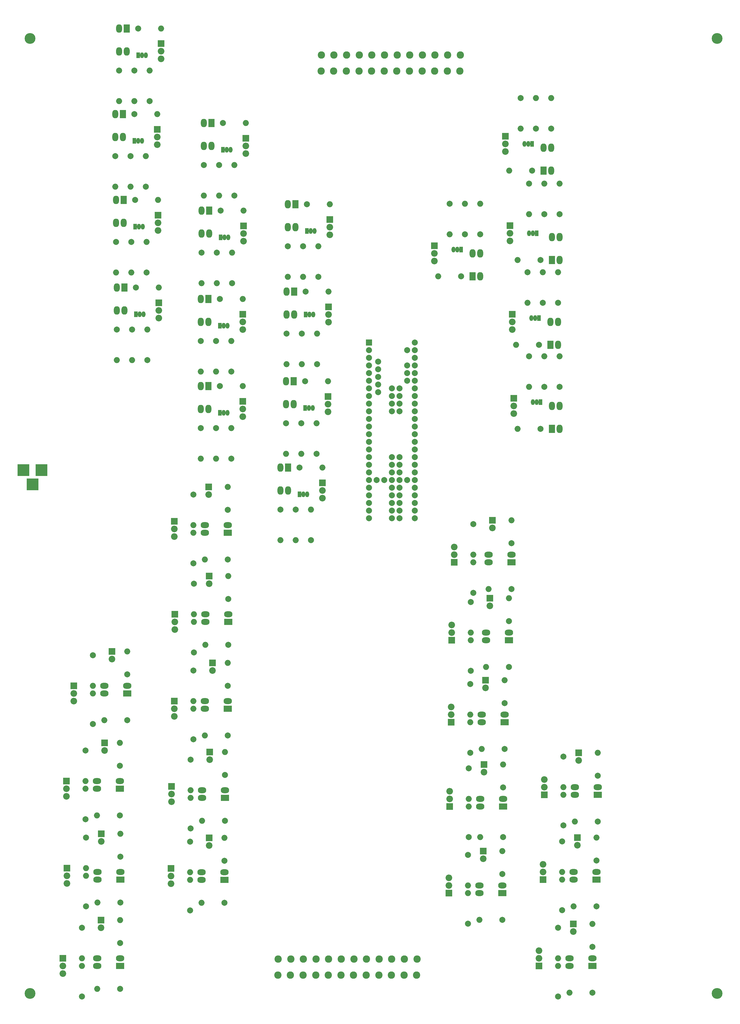
<source format=gbr>
G04 #@! TF.GenerationSoftware,KiCad,Pcbnew,(5.0.0-3-g5ebb6b6)*
G04 #@! TF.CreationDate,2019-04-13T13:39:12-06:00*
G04 #@! TF.ProjectId,VasulkaTranslocationPCB,566173756C6B615472616E736C6F6361,rev?*
G04 #@! TF.SameCoordinates,Original*
G04 #@! TF.FileFunction,Soldermask,Bot*
G04 #@! TF.FilePolarity,Negative*
%FSLAX46Y46*%
G04 Gerber Fmt 4.6, Leading zero omitted, Abs format (unit mm)*
G04 Created by KiCad (PCBNEW (5.0.0-3-g5ebb6b6)) date Saturday, April 13, 2019 at 01:39:12 PM*
%MOMM*%
%LPD*%
G01*
G04 APERTURE LIST*
%ADD10O,2.000000X2.000000*%
%ADD11C,2.000000*%
%ADD12C,3.600000*%
%ADD13R,2.000000X2.000000*%
%ADD14C,2.432000*%
%ADD15C,2.200000*%
%ADD16R,2.200000X2.200000*%
%ADD17R,3.900000X3.900000*%
%ADD18O,2.200000X2.200000*%
%ADD19O,1.300000X1.900000*%
%ADD20R,1.300000X1.900000*%
%ADD21R,2.000000X2.800000*%
%ADD22O,2.000000X2.800000*%
%ADD23R,2.800000X2.000000*%
%ADD24O,2.800000X2.000000*%
G04 APERTURE END LIST*
D10*
G04 #@! TO.C,R34*
X176149000Y-254000000D03*
D11*
X176149000Y-243840000D03*
G04 #@! TD*
G04 #@! TO.C,R36*
X181229000Y-254000000D03*
D10*
X181229000Y-243840000D03*
G04 #@! TD*
D12*
G04 #@! TO.C,MH2*
X114300000Y-431800000D03*
G04 #@! TD*
D11*
G04 #@! TO.C,U1*
X227076000Y-256032000D03*
X227076000Y-258572000D03*
X227076000Y-261112000D03*
X227076000Y-263652000D03*
X227076000Y-253492000D03*
X227076000Y-250952000D03*
X227076000Y-248412000D03*
X227076000Y-266192000D03*
X227076000Y-268732000D03*
X227076000Y-271272000D03*
X227076000Y-273812000D03*
X229616000Y-261112000D03*
X232156000Y-261112000D03*
X234696000Y-261112000D03*
X237236000Y-261112000D03*
X239776000Y-261112000D03*
X242316000Y-273812000D03*
X242316000Y-271272000D03*
X242316000Y-268732000D03*
X242316000Y-266192000D03*
X242316000Y-263652000D03*
X242316000Y-261112000D03*
X242316000Y-258572000D03*
X242316000Y-256032000D03*
X227076000Y-245872000D03*
X227076000Y-243332000D03*
X227076000Y-240792000D03*
X227076000Y-238252000D03*
X227076000Y-235712000D03*
X227076000Y-233172000D03*
X227076000Y-230632000D03*
X227076000Y-228092000D03*
X227076000Y-225552000D03*
X227076000Y-223012000D03*
X227076000Y-220472000D03*
X227076000Y-217932000D03*
D13*
X227076000Y-215392000D03*
D11*
X242316000Y-253492000D03*
X242316000Y-250952000D03*
X242316000Y-248412000D03*
X242316000Y-245872000D03*
X242316000Y-243332000D03*
X242316000Y-240792000D03*
X242316000Y-238252000D03*
X242316000Y-235712000D03*
X242316000Y-233172000D03*
X242316000Y-230632000D03*
X242316000Y-228092000D03*
X242316000Y-225552000D03*
X242316000Y-223012000D03*
X242316000Y-220472000D03*
X242316000Y-217932000D03*
X242316000Y-215392000D03*
X239776000Y-217932000D03*
X239776000Y-223012000D03*
X239776000Y-225552000D03*
X239776000Y-228092000D03*
X234696000Y-230632000D03*
X234696000Y-233172000D03*
X234696000Y-235712000D03*
X234696000Y-238252000D03*
X234696000Y-253492000D03*
X234696000Y-256032000D03*
X234696000Y-258572000D03*
X234696000Y-263652000D03*
X234696000Y-266192000D03*
X234696000Y-268732000D03*
X234696000Y-271272000D03*
X234696000Y-273812000D03*
X237236000Y-273812000D03*
X237236000Y-271272000D03*
X237236000Y-268732000D03*
X237236000Y-266192000D03*
X237236000Y-263652000D03*
X237236000Y-258572000D03*
X237236000Y-256032000D03*
X237236000Y-253492000D03*
X237236000Y-238252000D03*
X237236000Y-235712000D03*
X237236000Y-233172000D03*
X237236000Y-230632000D03*
X230076000Y-221742000D03*
X230076000Y-224282000D03*
X230076000Y-226822000D03*
X230076000Y-229362000D03*
X230076000Y-231902000D03*
G04 #@! TD*
D14*
G04 #@! TO.C,J1*
X243032000Y-420341500D03*
X238832000Y-420341500D03*
X234632000Y-420341500D03*
X230432000Y-420341500D03*
X226232000Y-420341500D03*
X222032000Y-420341500D03*
X217832000Y-420341500D03*
X213632000Y-420341500D03*
X209432000Y-420341500D03*
X205232000Y-420341500D03*
X201032000Y-420341500D03*
X196832000Y-420341500D03*
X196732000Y-425641500D03*
X200932000Y-425641500D03*
X205132000Y-425641500D03*
X209332000Y-425641500D03*
X213532000Y-425641500D03*
X217732000Y-425641500D03*
X221932000Y-425641500D03*
X226132000Y-425641500D03*
X230332000Y-425641500D03*
X234532000Y-425641500D03*
X238732000Y-425641500D03*
X242932000Y-425641500D03*
G04 #@! TD*
G04 #@! TO.C,J2*
X211120000Y-125060000D03*
X215320000Y-125060000D03*
X219520000Y-125060000D03*
X223720000Y-125060000D03*
X227920000Y-125060000D03*
X232120000Y-125060000D03*
X236320000Y-125060000D03*
X240520000Y-125060000D03*
X244720000Y-125060000D03*
X248920000Y-125060000D03*
X253120000Y-125060000D03*
X257320000Y-125060000D03*
X257420000Y-119760000D03*
X253220000Y-119760000D03*
X249020000Y-119760000D03*
X244820000Y-119760000D03*
X240620000Y-119760000D03*
X236420000Y-119760000D03*
X232220000Y-119760000D03*
X228020000Y-119760000D03*
X223820000Y-119760000D03*
X219620000Y-119760000D03*
X215420000Y-119760000D03*
X211220000Y-119760000D03*
G04 #@! TD*
D15*
G04 #@! TO.C,D1*
X296799000Y-354330000D03*
D16*
X296799000Y-351790000D03*
G04 #@! TD*
D15*
G04 #@! TO.C,D2*
X296418000Y-382524000D03*
D16*
X296418000Y-379984000D03*
G04 #@! TD*
D15*
G04 #@! TO.C,D3*
X295084500Y-411162500D03*
D16*
X295084500Y-408622500D03*
G04 #@! TD*
G04 #@! TO.C,D4*
X141541500Y-318071500D03*
D15*
X141541500Y-320611500D03*
G04 #@! TD*
G04 #@! TO.C,D5*
X139065000Y-351028000D03*
D16*
X139065000Y-348488000D03*
G04 #@! TD*
D15*
G04 #@! TO.C,D6*
X137985500Y-381190500D03*
D16*
X137985500Y-378650500D03*
G04 #@! TD*
G04 #@! TO.C,D7*
X137922000Y-407416000D03*
D15*
X137922000Y-409956000D03*
G04 #@! TD*
G04 #@! TO.C,D8*
X173736000Y-265874500D03*
D16*
X173736000Y-263334500D03*
G04 #@! TD*
D15*
G04 #@! TO.C,D9*
X173926500Y-295529000D03*
D16*
X173926500Y-292989000D03*
G04 #@! TD*
G04 #@! TO.C,D10*
X175006000Y-321881500D03*
D15*
X175006000Y-324421500D03*
G04 #@! TD*
G04 #@! TO.C,D11*
X174053500Y-354076000D03*
D16*
X174053500Y-351536000D03*
G04 #@! TD*
G04 #@! TO.C,D12*
X173863000Y-380047500D03*
D15*
X173863000Y-382587500D03*
G04 #@! TD*
D16*
G04 #@! TO.C,D13*
X268160500Y-274447000D03*
D15*
X268160500Y-276987000D03*
G04 #@! TD*
D16*
G04 #@! TO.C,D14*
X267271500Y-300355000D03*
D15*
X267271500Y-302895000D03*
G04 #@! TD*
D16*
G04 #@! TO.C,D15*
X265874500Y-327660000D03*
D15*
X265874500Y-330200000D03*
G04 #@! TD*
D16*
G04 #@! TO.C,D16*
X265303000Y-355663500D03*
D15*
X265303000Y-358203500D03*
G04 #@! TD*
D16*
G04 #@! TO.C,D17*
X265112500Y-384429000D03*
D15*
X265112500Y-386969000D03*
G04 #@! TD*
D17*
G04 #@! TO.C,J3*
X115110000Y-262510000D03*
X112110000Y-257810000D03*
X118110000Y-257810000D03*
G04 #@! TD*
D18*
G04 #@! TO.C,Q1*
X157924500Y-121031000D03*
X157924500Y-118491000D03*
D16*
X157924500Y-115951000D03*
G04 #@! TD*
D18*
G04 #@! TO.C,Q4*
X156654500Y-149606000D03*
X156654500Y-147066000D03*
D16*
X156654500Y-144526000D03*
G04 #@! TD*
D19*
G04 #@! TO.C,Q5*
X150304500Y-148336000D03*
X151574500Y-148336000D03*
D20*
X149034500Y-148336000D03*
G04 #@! TD*
D16*
G04 #@! TO.C,Q6*
X156908500Y-173037500D03*
D18*
X156908500Y-175577500D03*
X156908500Y-178117500D03*
G04 #@! TD*
D20*
G04 #@! TO.C,Q7*
X149288500Y-176847500D03*
D19*
X151828500Y-176847500D03*
X150558500Y-176847500D03*
G04 #@! TD*
D18*
G04 #@! TO.C,Q8*
X157099000Y-207200500D03*
X157099000Y-204660500D03*
D16*
X157099000Y-202120500D03*
G04 #@! TD*
D19*
G04 #@! TO.C,Q9*
X150749000Y-205930500D03*
X152019000Y-205930500D03*
D20*
X149479000Y-205930500D03*
G04 #@! TD*
D16*
G04 #@! TO.C,Q10*
X186055000Y-147445500D03*
D18*
X186055000Y-149985500D03*
X186055000Y-152525500D03*
G04 #@! TD*
D20*
G04 #@! TO.C,Q11*
X178435000Y-151255500D03*
D19*
X180975000Y-151255500D03*
X179705000Y-151255500D03*
G04 #@! TD*
D16*
G04 #@! TO.C,Q12*
X185293000Y-176593500D03*
D18*
X185293000Y-179133500D03*
X185293000Y-181673500D03*
G04 #@! TD*
D19*
G04 #@! TO.C,Q13*
X178943000Y-180403500D03*
X180213000Y-180403500D03*
D20*
X177673000Y-180403500D03*
G04 #@! TD*
D18*
G04 #@! TO.C,Q14*
X185102500Y-211010500D03*
X185102500Y-208470500D03*
D16*
X185102500Y-205930500D03*
G04 #@! TD*
D20*
G04 #@! TO.C,Q15*
X177482500Y-209740500D03*
D19*
X180022500Y-209740500D03*
X178752500Y-209740500D03*
G04 #@! TD*
D16*
G04 #@! TO.C,Q16*
X185039000Y-234950000D03*
D18*
X185039000Y-237490000D03*
X185039000Y-240030000D03*
G04 #@! TD*
D19*
G04 #@! TO.C,Q17*
X178689000Y-238760000D03*
X179959000Y-238760000D03*
D20*
X177419000Y-238760000D03*
G04 #@! TD*
D16*
G04 #@! TO.C,Q18*
X214058500Y-174498000D03*
D18*
X214058500Y-177038000D03*
X214058500Y-179578000D03*
G04 #@! TD*
D20*
G04 #@! TO.C,Q19*
X206438500Y-178308000D03*
D19*
X208978500Y-178308000D03*
X207708500Y-178308000D03*
G04 #@! TD*
D16*
G04 #@! TO.C,Q20*
X213614000Y-203517500D03*
D18*
X213614000Y-206057500D03*
X213614000Y-208597500D03*
G04 #@! TD*
D19*
G04 #@! TO.C,Q21*
X207264000Y-206057500D03*
X208534000Y-206057500D03*
D20*
X205994000Y-206057500D03*
G04 #@! TD*
D16*
G04 #@! TO.C,Q22*
X213423500Y-233299000D03*
D18*
X213423500Y-235839000D03*
X213423500Y-238379000D03*
G04 #@! TD*
D19*
G04 #@! TO.C,Q23*
X207073500Y-237109000D03*
X208343500Y-237109000D03*
D20*
X205803500Y-237109000D03*
G04 #@! TD*
D18*
G04 #@! TO.C,Q24*
X211582000Y-267081000D03*
X211582000Y-264541000D03*
D16*
X211582000Y-262001000D03*
G04 #@! TD*
D19*
G04 #@! TO.C,Q25*
X205232000Y-265811000D03*
X206502000Y-265811000D03*
D20*
X203962000Y-265811000D03*
G04 #@! TD*
D18*
G04 #@! TO.C,Q26*
X275209000Y-239014000D03*
X275209000Y-236474000D03*
D16*
X275209000Y-233934000D03*
G04 #@! TD*
D19*
G04 #@! TO.C,Q27*
X282829000Y-235204000D03*
X281559000Y-235204000D03*
D20*
X284099000Y-235204000D03*
G04 #@! TD*
D16*
G04 #@! TO.C,Q28*
X248856500Y-183197500D03*
D18*
X248856500Y-185737500D03*
X248856500Y-188277500D03*
G04 #@! TD*
D20*
G04 #@! TO.C,Q29*
X257746500Y-184467500D03*
D19*
X255206500Y-184467500D03*
X256476500Y-184467500D03*
G04 #@! TD*
D18*
G04 #@! TO.C,Q30*
X274764500Y-211074000D03*
X274764500Y-208534000D03*
D16*
X274764500Y-205994000D03*
G04 #@! TD*
D20*
G04 #@! TO.C,Q31*
X283654500Y-207264000D03*
D19*
X281114500Y-207264000D03*
X282384500Y-207264000D03*
G04 #@! TD*
D18*
G04 #@! TO.C,Q32*
X274002500Y-181610000D03*
X274002500Y-179070000D03*
D16*
X274002500Y-176530000D03*
G04 #@! TD*
D20*
G04 #@! TO.C,Q33*
X282892500Y-179070000D03*
D19*
X280352500Y-179070000D03*
X281622500Y-179070000D03*
G04 #@! TD*
D18*
G04 #@! TO.C,Q34*
X272415000Y-151828500D03*
X272415000Y-149288500D03*
D16*
X272415000Y-146748500D03*
G04 #@! TD*
D20*
G04 #@! TO.C,Q35*
X281305000Y-149288500D03*
D19*
X278765000Y-149288500D03*
X280035000Y-149288500D03*
G04 #@! TD*
D18*
G04 #@! TO.C,Q36*
X284988000Y-388874000D03*
X284988000Y-391414000D03*
D16*
X284988000Y-393954000D03*
G04 #@! TD*
G04 #@! TO.C,Q37*
X283654500Y-422592500D03*
D18*
X283654500Y-420052500D03*
X283654500Y-417512500D03*
G04 #@! TD*
G04 #@! TO.C,Q38*
X128841500Y-334581500D03*
X128841500Y-332041500D03*
D16*
X128841500Y-329501500D03*
G04 #@! TD*
G04 #@! TO.C,Q39*
X126365000Y-361188000D03*
D18*
X126365000Y-363728000D03*
X126365000Y-366268000D03*
G04 #@! TD*
D16*
G04 #@! TO.C,Q40*
X126555500Y-390080500D03*
D18*
X126555500Y-392620500D03*
X126555500Y-395160500D03*
G04 #@! TD*
G04 #@! TO.C,Q41*
X125222000Y-425196000D03*
X125222000Y-422656000D03*
D16*
X125222000Y-420116000D03*
G04 #@! TD*
D18*
G04 #@! TO.C,Q42*
X162306000Y-279844500D03*
X162306000Y-277304500D03*
D16*
X162306000Y-274764500D03*
G04 #@! TD*
G04 #@! TO.C,Q43*
X162496500Y-305689000D03*
D18*
X162496500Y-308229000D03*
X162496500Y-310769000D03*
G04 #@! TD*
G04 #@! TO.C,Q44*
X162306000Y-339661500D03*
X162306000Y-337121500D03*
D16*
X162306000Y-334581500D03*
G04 #@! TD*
D18*
G04 #@! TO.C,Q45*
X161353500Y-368046000D03*
X161353500Y-365506000D03*
D16*
X161353500Y-362966000D03*
G04 #@! TD*
G04 #@! TO.C,Q46*
X161163000Y-390207500D03*
D18*
X161163000Y-392747500D03*
X161163000Y-395287500D03*
G04 #@! TD*
G04 #@! TO.C,Q47*
X255460500Y-283337000D03*
X255460500Y-285877000D03*
D16*
X255460500Y-288417000D03*
G04 #@! TD*
G04 #@! TO.C,Q48*
X254571500Y-314325000D03*
D18*
X254571500Y-311785000D03*
X254571500Y-309245000D03*
G04 #@! TD*
G04 #@! TO.C,Q49*
X254444500Y-336550000D03*
X254444500Y-339090000D03*
D16*
X254444500Y-341630000D03*
G04 #@! TD*
G04 #@! TO.C,Q50*
X253873000Y-369633500D03*
D18*
X253873000Y-367093500D03*
X253873000Y-364553500D03*
G04 #@! TD*
D16*
G04 #@! TO.C,Q51*
X253682500Y-398399000D03*
D18*
X253682500Y-395859000D03*
X253682500Y-393319000D03*
G04 #@! TD*
D11*
G04 #@! TO.C,R1*
X150304500Y-110934500D03*
D10*
X157924500Y-110934500D03*
G04 #@! TD*
G04 #@! TO.C,R2*
X149034500Y-135064500D03*
D11*
X149034500Y-124904500D03*
G04 #@! TD*
G04 #@! TO.C,R3*
X143954500Y-124904500D03*
D10*
X143954500Y-135064500D03*
G04 #@! TD*
G04 #@! TO.C,R4*
X154114500Y-124904500D03*
D11*
X154114500Y-135064500D03*
G04 #@! TD*
D10*
G04 #@! TO.C,R5*
X295529000Y-374650000D03*
D11*
X303149000Y-374650000D03*
G04 #@! TD*
D10*
G04 #@! TO.C,R6*
X303149000Y-351790000D03*
D11*
X303149000Y-359410000D03*
G04 #@! TD*
D10*
G04 #@! TO.C,R7*
X291719000Y-363220000D03*
D11*
X291719000Y-353060000D03*
G04 #@! TD*
G04 #@! TO.C,R8*
X291719000Y-375920000D03*
D10*
X291719000Y-365760000D03*
G04 #@! TD*
D11*
G04 #@! TO.C,R9*
X149034500Y-139446000D03*
D10*
X156654500Y-139446000D03*
G04 #@! TD*
G04 #@! TO.C,R10*
X147764500Y-163576000D03*
D11*
X147764500Y-153416000D03*
G04 #@! TD*
D10*
G04 #@! TO.C,R11*
X142684500Y-163576000D03*
D11*
X142684500Y-153416000D03*
G04 #@! TD*
D10*
G04 #@! TO.C,R12*
X152844500Y-153416000D03*
D11*
X152844500Y-163576000D03*
G04 #@! TD*
G04 #@! TO.C,R13*
X149288500Y-167957500D03*
D10*
X156908500Y-167957500D03*
G04 #@! TD*
D11*
G04 #@! TO.C,R14*
X148018500Y-181927500D03*
D10*
X148018500Y-192087500D03*
G04 #@! TD*
G04 #@! TO.C,R15*
X142938500Y-192087500D03*
D11*
X142938500Y-181927500D03*
G04 #@! TD*
G04 #@! TO.C,R16*
X153098500Y-192087500D03*
D10*
X153098500Y-181927500D03*
G04 #@! TD*
D11*
G04 #@! TO.C,R17*
X149479000Y-197040500D03*
D10*
X157099000Y-197040500D03*
G04 #@! TD*
D11*
G04 #@! TO.C,R18*
X148209000Y-211010500D03*
D10*
X148209000Y-221170500D03*
G04 #@! TD*
G04 #@! TO.C,R19*
X143129000Y-221170500D03*
D11*
X143129000Y-211010500D03*
G04 #@! TD*
G04 #@! TO.C,R20*
X153289000Y-221170500D03*
D10*
X153289000Y-211010500D03*
G04 #@! TD*
D11*
G04 #@! TO.C,R21*
X178435000Y-142365500D03*
D10*
X186055000Y-142365500D03*
G04 #@! TD*
G04 #@! TO.C,R22*
X177165000Y-166495500D03*
D11*
X177165000Y-156335500D03*
G04 #@! TD*
D10*
G04 #@! TO.C,R23*
X172085000Y-166495500D03*
D11*
X172085000Y-156335500D03*
G04 #@! TD*
G04 #@! TO.C,R24*
X182245000Y-166495500D03*
D10*
X182245000Y-156335500D03*
G04 #@! TD*
D11*
G04 #@! TO.C,R25*
X177673000Y-171513500D03*
D10*
X185293000Y-171513500D03*
G04 #@! TD*
G04 #@! TO.C,R26*
X176403000Y-195643500D03*
D11*
X176403000Y-185483500D03*
G04 #@! TD*
G04 #@! TO.C,R27*
X171323000Y-185483500D03*
D10*
X171323000Y-195643500D03*
G04 #@! TD*
G04 #@! TO.C,R28*
X181483000Y-185483500D03*
D11*
X181483000Y-195643500D03*
G04 #@! TD*
D10*
G04 #@! TO.C,R29*
X185102500Y-200850500D03*
D11*
X177482500Y-200850500D03*
G04 #@! TD*
G04 #@! TO.C,R30*
X176212500Y-214820500D03*
D10*
X176212500Y-224980500D03*
G04 #@! TD*
D11*
G04 #@! TO.C,R31*
X171132500Y-214820500D03*
D10*
X171132500Y-224980500D03*
G04 #@! TD*
D11*
G04 #@! TO.C,R32*
X181292500Y-224980500D03*
D10*
X181292500Y-214820500D03*
G04 #@! TD*
D11*
G04 #@! TO.C,R33*
X177419000Y-229870000D03*
D10*
X185039000Y-229870000D03*
G04 #@! TD*
G04 #@! TO.C,R35*
X171069000Y-254000000D03*
D11*
X171069000Y-243840000D03*
G04 #@! TD*
D10*
G04 #@! TO.C,R37*
X214058500Y-169418000D03*
D11*
X206438500Y-169418000D03*
G04 #@! TD*
D10*
G04 #@! TO.C,R38*
X205168500Y-193548000D03*
D11*
X205168500Y-183388000D03*
G04 #@! TD*
G04 #@! TO.C,R39*
X200088500Y-183388000D03*
D10*
X200088500Y-193548000D03*
G04 #@! TD*
G04 #@! TO.C,R40*
X210248500Y-183388000D03*
D11*
X210248500Y-193548000D03*
G04 #@! TD*
G04 #@! TO.C,R41*
X205994000Y-198437500D03*
D10*
X213614000Y-198437500D03*
G04 #@! TD*
D11*
G04 #@! TO.C,R42*
X204724000Y-212407500D03*
D10*
X204724000Y-222567500D03*
G04 #@! TD*
D11*
G04 #@! TO.C,R43*
X199644000Y-212407500D03*
D10*
X199644000Y-222567500D03*
G04 #@! TD*
D11*
G04 #@! TO.C,R44*
X209804000Y-222567500D03*
D10*
X209804000Y-212407500D03*
G04 #@! TD*
G04 #@! TO.C,R45*
X213423500Y-228219000D03*
D11*
X205803500Y-228219000D03*
G04 #@! TD*
D10*
G04 #@! TO.C,R46*
X204533500Y-252349000D03*
D11*
X204533500Y-242189000D03*
G04 #@! TD*
D10*
G04 #@! TO.C,R47*
X199453500Y-252349000D03*
D11*
X199453500Y-242189000D03*
G04 #@! TD*
G04 #@! TO.C,R48*
X209613500Y-252349000D03*
D10*
X209613500Y-242189000D03*
G04 #@! TD*
D11*
G04 #@! TO.C,R49*
X203962000Y-256921000D03*
D10*
X211582000Y-256921000D03*
G04 #@! TD*
G04 #@! TO.C,R50*
X202692000Y-281051000D03*
D11*
X202692000Y-270891000D03*
G04 #@! TD*
G04 #@! TO.C,R51*
X197612000Y-270891000D03*
D10*
X197612000Y-281051000D03*
G04 #@! TD*
G04 #@! TO.C,R52*
X207772000Y-270891000D03*
D11*
X207772000Y-281051000D03*
G04 #@! TD*
G04 #@! TO.C,R53*
X284099000Y-244094000D03*
D10*
X276479000Y-244094000D03*
G04 #@! TD*
D11*
G04 #@! TO.C,R54*
X285369000Y-230124000D03*
D10*
X285369000Y-219964000D03*
G04 #@! TD*
D11*
G04 #@! TO.C,R55*
X290449000Y-230124000D03*
D10*
X290449000Y-219964000D03*
G04 #@! TD*
G04 #@! TO.C,R56*
X280289000Y-230124000D03*
D11*
X280289000Y-219964000D03*
G04 #@! TD*
D10*
G04 #@! TO.C,R57*
X250126500Y-193357500D03*
D11*
X257746500Y-193357500D03*
G04 #@! TD*
G04 #@! TO.C,R58*
X259016500Y-179387500D03*
D10*
X259016500Y-169227500D03*
G04 #@! TD*
G04 #@! TO.C,R59*
X264096500Y-169227500D03*
D11*
X264096500Y-179387500D03*
G04 #@! TD*
G04 #@! TO.C,R60*
X253936500Y-169227500D03*
D10*
X253936500Y-179387500D03*
G04 #@! TD*
D11*
G04 #@! TO.C,R61*
X283654500Y-216154000D03*
D10*
X276034500Y-216154000D03*
G04 #@! TD*
G04 #@! TO.C,R62*
X284924500Y-192024000D03*
D11*
X284924500Y-202184000D03*
G04 #@! TD*
G04 #@! TO.C,R63*
X290004500Y-202184000D03*
D10*
X290004500Y-192024000D03*
G04 #@! TD*
G04 #@! TO.C,R64*
X279844500Y-202184000D03*
D11*
X279844500Y-192024000D03*
G04 #@! TD*
D10*
G04 #@! TO.C,R65*
X276542500Y-187960000D03*
D11*
X284162500Y-187960000D03*
G04 #@! TD*
G04 #@! TO.C,R66*
X285432500Y-172720000D03*
D10*
X285432500Y-162560000D03*
G04 #@! TD*
G04 #@! TO.C,R67*
X290512500Y-162560000D03*
D11*
X290512500Y-172720000D03*
G04 #@! TD*
G04 #@! TO.C,R68*
X280352500Y-162560000D03*
D10*
X280352500Y-172720000D03*
G04 #@! TD*
G04 #@! TO.C,R69*
X273685000Y-158178500D03*
D11*
X281305000Y-158178500D03*
G04 #@! TD*
D10*
G04 #@! TO.C,R70*
X282575000Y-134048500D03*
D11*
X282575000Y-144208500D03*
G04 #@! TD*
G04 #@! TO.C,R71*
X287655000Y-144208500D03*
D10*
X287655000Y-134048500D03*
G04 #@! TD*
G04 #@! TO.C,R72*
X277495000Y-144208500D03*
D11*
X277495000Y-134048500D03*
G04 #@! TD*
G04 #@! TO.C,R73*
X302768000Y-402844000D03*
D10*
X295148000Y-402844000D03*
G04 #@! TD*
D11*
G04 #@! TO.C,R74*
X302768000Y-387604000D03*
D10*
X302768000Y-379984000D03*
G04 #@! TD*
G04 #@! TO.C,R75*
X291338000Y-393954000D03*
D11*
X291338000Y-404114000D03*
G04 #@! TD*
G04 #@! TO.C,R76*
X291338000Y-381254000D03*
D10*
X291338000Y-391414000D03*
G04 #@! TD*
G04 #@! TO.C,R77*
X293814500Y-431482500D03*
D11*
X301434500Y-431482500D03*
G04 #@! TD*
D10*
G04 #@! TO.C,R78*
X301434500Y-408622500D03*
D11*
X301434500Y-416242500D03*
G04 #@! TD*
G04 #@! TO.C,R79*
X290004500Y-432752500D03*
D10*
X290004500Y-422592500D03*
G04 #@! TD*
G04 #@! TO.C,R80*
X290004500Y-420052500D03*
D11*
X290004500Y-409892500D03*
G04 #@! TD*
G04 #@! TO.C,R81*
X146621500Y-340931500D03*
D10*
X139001500Y-340931500D03*
G04 #@! TD*
G04 #@! TO.C,R82*
X146621500Y-318071500D03*
D11*
X146621500Y-325691500D03*
G04 #@! TD*
D10*
G04 #@! TO.C,R83*
X135191500Y-332041500D03*
D11*
X135191500Y-342201500D03*
G04 #@! TD*
G04 #@! TO.C,R84*
X135191500Y-319341500D03*
D10*
X135191500Y-329501500D03*
G04 #@! TD*
D11*
G04 #@! TO.C,R85*
X144145000Y-372618000D03*
D10*
X136525000Y-372618000D03*
G04 #@! TD*
D11*
G04 #@! TO.C,R86*
X144145000Y-356108000D03*
D10*
X144145000Y-348488000D03*
G04 #@! TD*
D11*
G04 #@! TO.C,R87*
X132715000Y-351028000D03*
D10*
X132715000Y-361188000D03*
G04 #@! TD*
G04 #@! TO.C,R88*
X132715000Y-363728000D03*
D11*
X132715000Y-373888000D03*
G04 #@! TD*
D10*
G04 #@! TO.C,R89*
X136715500Y-401510500D03*
D11*
X144335500Y-401510500D03*
G04 #@! TD*
D10*
G04 #@! TO.C,R90*
X144335500Y-378650500D03*
D11*
X144335500Y-386270500D03*
G04 #@! TD*
D10*
G04 #@! TO.C,R91*
X132905500Y-390080500D03*
D11*
X132905500Y-379920500D03*
G04 #@! TD*
G04 #@! TO.C,R92*
X132905500Y-402780500D03*
D10*
X132905500Y-392620500D03*
G04 #@! TD*
G04 #@! TO.C,R93*
X136652000Y-430276000D03*
D11*
X144272000Y-430276000D03*
G04 #@! TD*
D10*
G04 #@! TO.C,R94*
X144272000Y-407416000D03*
D11*
X144272000Y-415036000D03*
G04 #@! TD*
G04 #@! TO.C,R95*
X131572000Y-409956000D03*
D10*
X131572000Y-420116000D03*
G04 #@! TD*
G04 #@! TO.C,R96*
X131572000Y-422656000D03*
D11*
X131572000Y-432816000D03*
G04 #@! TD*
G04 #@! TO.C,R97*
X180086000Y-287464500D03*
D10*
X172466000Y-287464500D03*
G04 #@! TD*
G04 #@! TO.C,R98*
X180086000Y-263334500D03*
D11*
X180086000Y-270954500D03*
G04 #@! TD*
D10*
G04 #@! TO.C,R99*
X168656000Y-276034500D03*
D11*
X168656000Y-265874500D03*
G04 #@! TD*
G04 #@! TO.C,R100*
X168656000Y-288734500D03*
D10*
X168656000Y-278574500D03*
G04 #@! TD*
G04 #@! TO.C,R101*
X172656500Y-315849000D03*
D11*
X180276500Y-315849000D03*
G04 #@! TD*
G04 #@! TO.C,R102*
X180276500Y-300609000D03*
D10*
X180276500Y-292989000D03*
G04 #@! TD*
D11*
G04 #@! TO.C,R103*
X168846500Y-318389000D03*
D10*
X168846500Y-308229000D03*
G04 #@! TD*
G04 #@! TO.C,R104*
X168846500Y-305689000D03*
D11*
X168846500Y-295529000D03*
G04 #@! TD*
D10*
G04 #@! TO.C,R105*
X172466000Y-346011500D03*
D11*
X180086000Y-346011500D03*
G04 #@! TD*
D10*
G04 #@! TO.C,R106*
X180086000Y-321881500D03*
D11*
X180086000Y-329501500D03*
G04 #@! TD*
D10*
G04 #@! TO.C,R107*
X168656000Y-334581500D03*
D11*
X168656000Y-324421500D03*
G04 #@! TD*
G04 #@! TO.C,R108*
X168656000Y-347281500D03*
D10*
X168656000Y-337121500D03*
G04 #@! TD*
G04 #@! TO.C,R109*
X171513500Y-374396000D03*
D11*
X179133500Y-374396000D03*
G04 #@! TD*
G04 #@! TO.C,R110*
X179133500Y-359156000D03*
D10*
X179133500Y-351536000D03*
G04 #@! TD*
G04 #@! TO.C,R111*
X167703500Y-366776000D03*
D11*
X167703500Y-376936000D03*
G04 #@! TD*
G04 #@! TO.C,R112*
X167703500Y-354076000D03*
D10*
X167703500Y-364236000D03*
G04 #@! TD*
D11*
G04 #@! TO.C,R113*
X178943000Y-401637500D03*
D10*
X171323000Y-401637500D03*
G04 #@! TD*
G04 #@! TO.C,R114*
X178943000Y-380047500D03*
D11*
X178943000Y-387667500D03*
G04 #@! TD*
G04 #@! TO.C,R115*
X167513000Y-381317500D03*
D10*
X167513000Y-391477500D03*
G04 #@! TD*
D11*
G04 #@! TO.C,R116*
X167513000Y-404177500D03*
D10*
X167513000Y-394017500D03*
G04 #@! TD*
D11*
G04 #@! TO.C,R117*
X274510500Y-297307000D03*
D10*
X266890500Y-297307000D03*
G04 #@! TD*
D11*
G04 #@! TO.C,R118*
X274510500Y-282067000D03*
D10*
X274510500Y-274447000D03*
G04 #@! TD*
D11*
G04 #@! TO.C,R119*
X261810500Y-298577000D03*
D10*
X261810500Y-288417000D03*
G04 #@! TD*
G04 #@! TO.C,R120*
X261810500Y-285877000D03*
D11*
X261810500Y-275717000D03*
G04 #@! TD*
D10*
G04 #@! TO.C,R121*
X266001500Y-323215000D03*
D11*
X273621500Y-323215000D03*
G04 #@! TD*
D10*
G04 #@! TO.C,R122*
X273621500Y-300355000D03*
D11*
X273621500Y-307975000D03*
G04 #@! TD*
G04 #@! TO.C,R123*
X260921500Y-324485000D03*
D10*
X260921500Y-314325000D03*
G04 #@! TD*
G04 #@! TO.C,R124*
X260921500Y-311785000D03*
D11*
X260921500Y-301625000D03*
G04 #@! TD*
D10*
G04 #@! TO.C,R125*
X264604500Y-350520000D03*
D11*
X272224500Y-350520000D03*
G04 #@! TD*
D10*
G04 #@! TO.C,R126*
X272224500Y-327660000D03*
D11*
X272224500Y-335280000D03*
G04 #@! TD*
D10*
G04 #@! TO.C,R127*
X260794500Y-339090000D03*
D11*
X260794500Y-328930000D03*
G04 #@! TD*
G04 #@! TO.C,R128*
X260794500Y-351790000D03*
D10*
X260794500Y-341630000D03*
G04 #@! TD*
G04 #@! TO.C,R129*
X264033000Y-379793500D03*
D11*
X271653000Y-379793500D03*
G04 #@! TD*
G04 #@! TO.C,R130*
X271653000Y-363283500D03*
D10*
X271653000Y-355663500D03*
G04 #@! TD*
D11*
G04 #@! TO.C,R131*
X260223000Y-356933500D03*
D10*
X260223000Y-367093500D03*
G04 #@! TD*
G04 #@! TO.C,R132*
X260223000Y-369633500D03*
D11*
X260223000Y-379793500D03*
G04 #@! TD*
D10*
G04 #@! TO.C,R133*
X263842500Y-407289000D03*
D11*
X271462500Y-407289000D03*
G04 #@! TD*
G04 #@! TO.C,R134*
X271462500Y-392049000D03*
D10*
X271462500Y-384429000D03*
G04 #@! TD*
G04 #@! TO.C,R135*
X260032500Y-398399000D03*
D11*
X260032500Y-408559000D03*
G04 #@! TD*
D10*
G04 #@! TO.C,R136*
X260032500Y-395859000D03*
D11*
X260032500Y-385699000D03*
G04 #@! TD*
D21*
G04 #@! TO.C,U2*
X146494500Y-110934500D03*
D22*
X143954500Y-118554500D03*
X143954500Y-110934500D03*
X146494500Y-118554500D03*
G04 #@! TD*
D23*
G04 #@! TO.C,U3*
X303149000Y-365760000D03*
D24*
X295529000Y-363220000D03*
X303149000Y-363220000D03*
X295529000Y-365760000D03*
G04 #@! TD*
D21*
G04 #@! TO.C,U4*
X145224500Y-139446000D03*
D22*
X142684500Y-147066000D03*
X142684500Y-139446000D03*
X145224500Y-147066000D03*
G04 #@! TD*
G04 #@! TO.C,U5*
X145478500Y-175577500D03*
X142938500Y-167957500D03*
X142938500Y-175577500D03*
D21*
X145478500Y-167957500D03*
G04 #@! TD*
D22*
G04 #@! TO.C,U6*
X145669000Y-204660500D03*
X143129000Y-197040500D03*
X143129000Y-204660500D03*
D21*
X145669000Y-197040500D03*
G04 #@! TD*
G04 #@! TO.C,U7*
X174625000Y-142365500D03*
D22*
X172085000Y-149985500D03*
X172085000Y-142365500D03*
X174625000Y-149985500D03*
G04 #@! TD*
D21*
G04 #@! TO.C,U8*
X173863000Y-171513500D03*
D22*
X171323000Y-179133500D03*
X171323000Y-171513500D03*
X173863000Y-179133500D03*
G04 #@! TD*
D21*
G04 #@! TO.C,U9*
X173672500Y-200850500D03*
D22*
X171132500Y-208470500D03*
X171132500Y-200850500D03*
X173672500Y-208470500D03*
G04 #@! TD*
D21*
G04 #@! TO.C,U10*
X173609000Y-229870000D03*
D22*
X171069000Y-237490000D03*
X171069000Y-229870000D03*
X173609000Y-237490000D03*
G04 #@! TD*
D21*
G04 #@! TO.C,U11*
X202628500Y-169418000D03*
D22*
X200088500Y-177038000D03*
X200088500Y-169418000D03*
X202628500Y-177038000D03*
G04 #@! TD*
G04 #@! TO.C,U12*
X202184000Y-206057500D03*
X199644000Y-198437500D03*
X199644000Y-206057500D03*
D21*
X202184000Y-198437500D03*
G04 #@! TD*
D22*
G04 #@! TO.C,U13*
X201993500Y-235839000D03*
X199453500Y-228219000D03*
X199453500Y-235839000D03*
D21*
X201993500Y-228219000D03*
G04 #@! TD*
G04 #@! TO.C,U14*
X200152000Y-256921000D03*
D22*
X197612000Y-264541000D03*
X197612000Y-256921000D03*
X200152000Y-264541000D03*
G04 #@! TD*
D21*
G04 #@! TO.C,U15*
X287909000Y-244094000D03*
D22*
X290449000Y-236474000D03*
X290449000Y-244094000D03*
X287909000Y-236474000D03*
G04 #@! TD*
G04 #@! TO.C,U16*
X261556500Y-185737500D03*
X264096500Y-193357500D03*
X264096500Y-185737500D03*
D21*
X261556500Y-193357500D03*
G04 #@! TD*
D22*
G04 #@! TO.C,U17*
X287464500Y-208534000D03*
X290004500Y-216154000D03*
X290004500Y-208534000D03*
D21*
X287464500Y-216154000D03*
G04 #@! TD*
D22*
G04 #@! TO.C,U18*
X287972500Y-180340000D03*
X290512500Y-187960000D03*
X290512500Y-180340000D03*
D21*
X287972500Y-187960000D03*
G04 #@! TD*
D22*
G04 #@! TO.C,U19*
X285115000Y-150558500D03*
X287655000Y-158178500D03*
X287655000Y-150558500D03*
D21*
X285115000Y-158178500D03*
G04 #@! TD*
D23*
G04 #@! TO.C,U20*
X302768000Y-393954000D03*
D24*
X295148000Y-391414000D03*
X302768000Y-391414000D03*
X295148000Y-393954000D03*
G04 #@! TD*
D23*
G04 #@! TO.C,U21*
X301434500Y-422592500D03*
D24*
X293814500Y-420052500D03*
X301434500Y-420052500D03*
X293814500Y-422592500D03*
G04 #@! TD*
G04 #@! TO.C,U22*
X139001500Y-332041500D03*
X146621500Y-329501500D03*
X139001500Y-329501500D03*
D23*
X146621500Y-332041500D03*
G04 #@! TD*
D24*
G04 #@! TO.C,U23*
X136525000Y-363728000D03*
X144145000Y-361188000D03*
X136525000Y-361188000D03*
D23*
X144145000Y-363728000D03*
G04 #@! TD*
D24*
G04 #@! TO.C,U24*
X136715500Y-393890500D03*
X144335500Y-391350500D03*
X136715500Y-391350500D03*
D23*
X144335500Y-393890500D03*
G04 #@! TD*
D24*
G04 #@! TO.C,U25*
X136652000Y-422656000D03*
X144272000Y-420116000D03*
X136652000Y-420116000D03*
D23*
X144272000Y-422656000D03*
G04 #@! TD*
G04 #@! TO.C,U26*
X180086000Y-278574500D03*
D24*
X172466000Y-276034500D03*
X180086000Y-276034500D03*
X172466000Y-278574500D03*
G04 #@! TD*
D23*
G04 #@! TO.C,U27*
X180276500Y-308229000D03*
D24*
X172656500Y-305689000D03*
X180276500Y-305689000D03*
X172656500Y-308229000D03*
G04 #@! TD*
D23*
G04 #@! TO.C,U28*
X180086000Y-337121500D03*
D24*
X172466000Y-334581500D03*
X180086000Y-334581500D03*
X172466000Y-337121500D03*
G04 #@! TD*
G04 #@! TO.C,U29*
X171513500Y-366776000D03*
X179133500Y-364236000D03*
X171513500Y-364236000D03*
D23*
X179133500Y-366776000D03*
G04 #@! TD*
D24*
G04 #@! TO.C,U30*
X171323000Y-394017500D03*
X178943000Y-391477500D03*
X171323000Y-391477500D03*
D23*
X178943000Y-394017500D03*
G04 #@! TD*
D24*
G04 #@! TO.C,U31*
X266890500Y-288417000D03*
X274510500Y-285877000D03*
X266890500Y-285877000D03*
D23*
X274510500Y-288417000D03*
G04 #@! TD*
G04 #@! TO.C,U32*
X273621500Y-314325000D03*
D24*
X266001500Y-311785000D03*
X273621500Y-311785000D03*
X266001500Y-314325000D03*
G04 #@! TD*
G04 #@! TO.C,U33*
X264604500Y-341630000D03*
X272224500Y-339090000D03*
X264604500Y-339090000D03*
D23*
X272224500Y-341630000D03*
G04 #@! TD*
G04 #@! TO.C,U34*
X271653000Y-369633500D03*
D24*
X264033000Y-367093500D03*
X271653000Y-367093500D03*
X264033000Y-369633500D03*
G04 #@! TD*
G04 #@! TO.C,U35*
X263842500Y-398399000D03*
X271462500Y-395859000D03*
X263842500Y-395859000D03*
D23*
X271462500Y-398399000D03*
G04 #@! TD*
D20*
G04 #@! TO.C,Q2*
X150304500Y-119824500D03*
D19*
X152844500Y-119824500D03*
X151574500Y-119824500D03*
G04 #@! TD*
D18*
G04 #@! TO.C,Q3*
X285369000Y-360680000D03*
X285369000Y-363220000D03*
D16*
X285369000Y-365760000D03*
G04 #@! TD*
D12*
G04 #@! TO.C,MH1*
X114300000Y-114300000D03*
G04 #@! TD*
G04 #@! TO.C,MH3*
X342900000Y-114300000D03*
G04 #@! TD*
G04 #@! TO.C,MH4*
X342900000Y-431800000D03*
G04 #@! TD*
M02*

</source>
